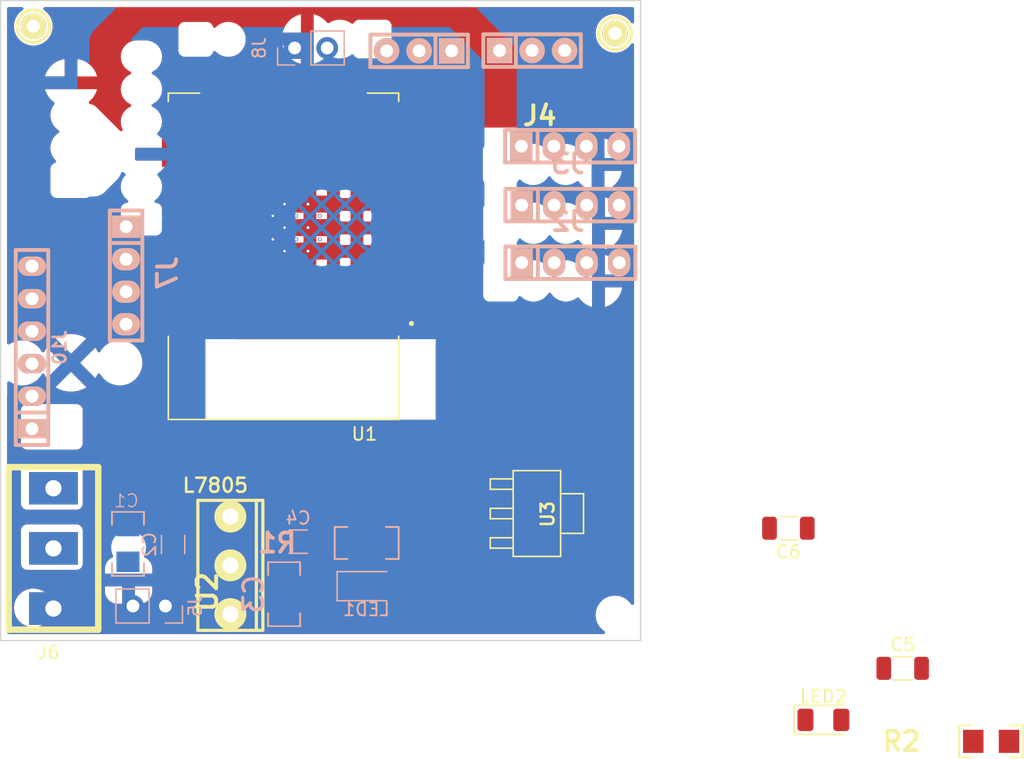
<source format=kicad_pcb>
(kicad_pcb (version 20211014) (generator pcbnew)
  (layers (0 "F.Cu" signal) (31 "B.Cu" signal) (34 "B.Paste" user) (35 "F.Paste" user) (36 "B.SilkS" user "B.Silkscreen") (37 "F.SilkS" user "F.Silkscreen") (38 "B.Mask" user) (39 "F.Mask" user) (44 "Edge.Cuts" user))
  (net 0 "")
  (net 1 "GND")
  (net 2 "+7.5V")
  (net 3 "+5V")
  (net 4 "+3V3")
  (net 5 "/OUT_IR1")
  (net 6 "/Echo")
  (net 7 "/Trig1")
  (net 8 "/Echo2")
  (net 9 "/Trig2")
  (net 10 "/Echo3")
  (net 11 "/Trig3")
  (net 12 "/VBAT")
  (net 13 "/TX")
  (net 14 "/RX")
  (net 15 "/BOTON")
  (net 16 "/D0")
  (net 17 "/D0B")
  (net 18 "/IN4")
  (net 19 "/IN3")
  (net 20 "/IN2")
  (net 21 "/IN1")
  (net 22 "Net-(LED1-Pad1)")
  (net 23 "Net-(LED2-Pad1)")
  (net 41 "Net-(C6-Pad1)")
  (footprint "Capacitor_SMD:C_1206_3216Metric" (layer "F.Cu") (at 185.48 127.17)
    (fp_text reference "C5" (at 0 -1.85) (layer "F.SilkS"))
    (fp_text value "100nF")
    (fp_line (start -0.711252 0.91) (end 0.711252 0.91) (layer "F.SilkS") (width 0.12))
    (fp_line (start -0.711252 -0.91) (end 0.711252 -0.91) (layer "F.SilkS") (width 0.12))
    (pad "1" smd roundrect (at -1.475 0) (size 1.15 1.8) (layers "F.Cu" "F.Paste" "F.Mask") (roundrect_rratio 0.217391) (net 1 "GND"))
    (pad "2" smd roundrect (at 1.475 0) (size 1.15 1.8) (layers "F.Cu" "F.Paste" "F.Mask") (roundrect_rratio 0.217391) (net 4 "+3V3"))
  )
  (footprint "Capacitor_SMD:C_1206_3216Metric" (layer "F.Cu") (at 176.55 116.225 180)
    (fp_text reference "C6" (at 0 -1.85 180) (layer "F.SilkS"))
    (fp_text value "1uF")
    (fp_line (start -0.711252 0.91) (end 0.711252 0.91) (layer "F.SilkS") (width 0.12))
    (fp_line (start -0.711252 -0.91) (end 0.711252 -0.91) (layer "F.SilkS") (width 0.12))
    (pad "1" smd roundrect (at -1.475 0 180) (size 1.15 1.8) (layers "F.Cu" "F.Paste" "F.Mask") (roundrect_rratio 0.217391) (net 41 "Net-(C6-Pad1)"))
    (pad "2" smd roundrect (at 1.475 0 180) (size 1.15 1.8) (layers "F.Cu" "F.Paste" "F.Mask") (roundrect_rratio 0.217391) (net 1 "GND"))
  )
  (footprint "EESTN5:pad_2mm" (layer "F.Cu") (at 117.552668 77)
    (fp_text reference "H2" hide)
    (fp_text value "Mounting_Hole" hide)
    (fp_circle (center 0 0) (end 1.27 -0.127) (layer "F.SilkS") (width 0.254) (fill none))
    (pad "1" thru_hole circle locked (at 0 0) (size 1.99898 1.99898) (drill 1.00076) (layers *.Cu *.Mask "F.SilkS"))
  )
  (footprint "EESTN5:SOT223" (layer "F.Cu") (at 156.9 115.075 -90)
    (fp_text reference "U3" (at 0.0508 -0.8382 90) (layer "F.SilkS") (effects (font (size 1.00076 1.00076) (thickness 0.20066))))
    (fp_text value "LM1117-SOT" hide)
    (fp_line (start -1.8923 3.6449) (end -1.8923 1.8542) (layer "F.SilkS") (width 0.127))
    (fp_line (start -0.4064 3.6449) (end -0.4064 1.8542) (layer "F.SilkS") (width 0.127))
    (fp_line (start 2.7051 3.6449) (end 2.7051 1.8542) (layer "F.SilkS") (width 0.127))
    (fp_line (start 3.3528 -1.8542) (end 3.3528 1.8542) (layer "F.SilkS") (width 0.127))
    (fp_line (start -3.3528 1.8542) (end -3.3528 -1.8542) (layer "F.SilkS") (width 0.127))
    (fp_line (start 0.4064 3.6449) (end 0.4064 1.8542) (layer "F.SilkS") (width 0.127))
    (fp_line (start -3.3528 -1.8542) (end 3.3528 -1.8542) (layer "F.SilkS") (width 0.127))
    (fp_line (start 1.8923 3.6449) (end 2.7051 3.6449) (layer "F.SilkS") (width 0.127))
    (fp_line (start 3.3528 1.8542) (end -3.3528 1.8542) (layer "F.SilkS") (width 0.127))
    (fp_line (start -2.7051 3.6449) (end -1.8923 3.6449) (layer "F.SilkS") (width 0.127))
    (fp_line (start -0.4064 3.6449) (end 0.4064 3.6449) (layer "F.SilkS") (width 0.127))
    (fp_line (start -1.5494 -3.6449) (end 1.5494 -3.6449) (layer "F.SilkS") (width 0.127))
    (fp_line (start -2.7051 3.6449) (end -2.7051 1.8542) (layer "F.SilkS") (width 0.127))
    (fp_line (start 1.5494 -3.6449) (end 1.5494 -1.8542) (layer "F.SilkS") (width 0.127))
    (fp_line (start 1.8923 3.6449) (end 1.8923 1.8542) (layer "F.SilkS") (width 0.127))
    (fp_line (start -1.5494 -3.6449) (end -1.5494 -1.8542) (layer "F.SilkS") (width 0.127))
    (pad "1" smd rect locked (at -2.3 3.3 270) (size 1 2.4) (layers "F.Cu" "F.Paste" "F.Mask") (net 1 "GND"))
    (pad "2" smd rect locked (at 0 3.3 270) (size 1 2.4) (layers "F.Cu" "F.Paste" "F.Mask") (net 4 "+3V3"))
    (pad "3" smd rect locked (at 2.3 3.3 270) (size 1 2.4) (layers "F.Cu" "F.Paste" "F.Mask") (net 3 "+5V"))
    (pad "4" smd rect locked (at 0 -3.15 270) (size 3.8 2.4) (layers "F.Cu" "F.Paste" "F.Mask") (net 4 "+3V3"))
  )
  (footprint "EESTN5:SW_SPDT_TH_Vertical" (layer "F.Cu") (at 119.125 117.8 180)
    (fp_text reference "J6" (at 0.381 -8.128) (layer "F.SilkS"))
    (fp_text value "SWITCH" hide)
    (fp_line (start -3.5 -6.35) (end -3.5 6.35) (layer "F.SilkS") (width 0.5))
    (fp_line (start 3.5 -6.35) (end 3.5 6.35) (layer "F.SilkS") (width 0.508))
    (fp_line (start -3.5 6.35) (end 3.5 6.35) (layer "F.SilkS") (width 0.508))
    (fp_line (start 3.5 -6.35) (end -3.5 -6.35) (layer "F.SilkS") (width 0.5))
    (pad "1" thru_hole rect locked (at 0 -4.7 180) (size 3.81 2.54) (drill 1.27) (layers *.Cu *.Mask) (net 12 "/VBAT"))
    (pad "2" thru_hole rect locked (at 0 0 180) (size 3.81 2.54) (drill 1.27) (layers *.Cu *.Mask) (net 2 "+7.5V"))
    (pad "3" thru_hole rect locked (at 0 4.7 180) (size 3.81 2.54) (drill 1.27) (layers *.Cu *.Mask) (net 2 "+7.5V"))
  )
  (footprint "chip2:Chipesp32" (layer "F.Cu") (at 137.1 94.975 180)
    (fp_text reference "U1" (at -6.325 -13.885) (layer "F.SilkS"))
    (fp_text value "ESP32-WROOM-32")
    (fp_line (start -9 12.1) (end -9 12.75) (layer "F.SilkS") (width 0.127))
    (fp_line (start 9 12.75) (end 9 12.1) (layer "F.SilkS") (width 0.127))
    (fp_line (start -9 12.75) (end -6.55 12.75) (layer "F.SilkS") (width 0.127))
    (fp_line (start -9 -12.75) (end 9 -12.75) (layer "F.SilkS") (width 0.127))
    (fp_line (start 9 -12.75) (end 9 -6.25) (layer "F.SilkS") (width 0.127))
    (fp_line (start -9 -6.25) (end -9 -12.75) (layer "F.SilkS") (width 0.127))
    (fp_line (start 6.55 12.75) (end 9 12.75) (layer "F.SilkS") (width 0.127))
    (fp_circle (center -10 -5.25) (end -9.9 -5.25) (layer "F.SilkS") (width 0.2) (fill none))
    (pad "1" smd rect locked (at -8.5 -5.26 180) (size 2 0.9) (layers "F.Cu" "F.Paste" "F.Mask") (net 1 "GND"))
    (pad "2" smd rect locked (at -8.5 -3.99 180) (size 2 0.9) (layers "F.Cu" "F.Paste" "F.Mask") (net 4 "+3V3"))
    (pad "3" smd rect locked (at -8.5 -2.72 180) (size 2 0.9) (layers "F.Cu" "F.Paste" "F.Mask") (net 41 "Net-(C6-Pad1)"))
    (pad "4" smd rect locked (at -8.5 -1.45 180) (size 2 0.9) (layers "F.Cu" "F.Paste" "F.Mask"))
    (pad "5" smd rect locked (at -8.5 -0.18 180) (size 2 0.9) (layers "F.Cu" "F.Paste" "F.Mask"))
    (pad "6" smd rect locked (at -8.5 1.09 180) (size 2 0.9) (layers "F.Cu" "F.Paste" "F.Mask") (net 6 "/Echo"))
    (pad "7" smd rect locked (at -8.5 2.36 180) (size 2 0.9) (layers "F.Cu" "F.Paste" "F.Mask"))
    (pad "8" smd rect locked (at -8.5 3.63 180) (size 2 0.9) (layers "F.Cu" "F.Paste" "F.Mask") (net 7 "/Trig1"))
    (pad "9" smd rect locked (at -8.5 4.9 180) (size 2 0.9) (layers "F.Cu" "F.Paste" "F.Mask") (net 9 "/Trig2"))
    (pad "10" smd rect locked (at -8.5 6.17 180) (size 2 0.9) (layers "F.Cu" "F.Paste" "F.Mask") (net 8 "/Echo2"))
    (pad "11" smd rect locked (at -8.5 7.44 180) (size 2 0.9) (layers "F.Cu" "F.Paste" "F.Mask") (net 11 "/Trig3"))
    (pad "12" smd rect locked (at -8.5 8.71 180) (size 2 0.9) (layers "F.Cu" "F.Paste" "F.Mask") (net 10 "/Echo3"))
    (pad "13" smd rect locked (at -8.5 9.98 180) (size 2 0.9) (layers "F.Cu" "F.Paste" "F.Mask") (net 16 "/D0"))
    (pad "14" smd rect locked (at -8.5 11.25 180) (size 2 0.9) (layers "F.Cu" "F.Paste" "F.Mask") (net 5 "/OUT_IR1"))
    (pad "15" smd rect locked (at -5.715 12.25 180) (size 0.9 2) (layers "F.Cu" "F.Paste" "F.Mask") (net 1 "GND"))
    (pad "16" smd rect locked (at -4.445 12.25 180) (size 0.9 2) (layers "F.Cu" "F.Paste" "F.Mask") (net 17 "/D0B"))
    (pad "17" smd rect locked (at -3.175 12.25 180) (size 0.9 2) (layers "F.Cu" "F.Paste" "F.Mask"))
    (pad "18" smd rect locked (at -1.905 12.25 180) (size 0.9 2) (layers "F.Cu" "F.Paste" "F.Mask"))
    (pad "19" smd rect locked (at -0.635 12.25 180) (size 0.9 2) (layers "F.Cu" "F.Paste" "F.Mask"))
    (pad "20" smd rect locked (at 0.635 12.25 180) (size 0.9 2) (layers "F.Cu" "F.Paste" "F.Mask"))
    (pad "21" smd rect locked (at 1.905 12.25 180) (size 0.9 2) (layers "F.Cu" "F.Paste" "F.Mask"))
    (pad "22" smd rect locked (at 3.175 12.25 180) (size 0.9 2) (layers "F.Cu" "F.Paste" "F.Mask"))
    (pad "23" smd rect locked (at 4.445 12.25 180) (size 0.9 2) (layers "F.Cu" "F.Paste" "F.Mask") (net 15 "/BOTON"))
    (pad "24" smd rect locked (at 5.715 12.25 180) (size 0.9 2) (layers "F.Cu" "F.Paste" "F.Mask") (net 21 "/IN1"))
    (pad "25" smd rect locked (at 8.5 11.25 180) (size 2 0.9) (layers "F.Cu" "F.Paste" "F.Mask"))
    (pad "26" smd rect locked (at 8.5 9.98 180) (size 2 0.9) (layers "F.Cu" "F.Paste" "F.Mask") (net 20 "/IN2"))
    (pad "27" smd rect locked (at 8.5 8.71 180) (size 2 0.9) (layers "F.Cu" "F.Paste" "F.Mask"))
    (pad "28" smd rect locked (at 8.5 7.44 180) (size 2 0.9) (layers "F.Cu" "F.Paste" "F.Mask"))
    (pad "29" smd rect locked (at 8.5 6.17 180) (size 2 0.9) (layers "F.Cu" "F.Paste" "F.Mask") (net 19 "/IN3"))
    (pad "30" smd rect locked (at 8.5 4.9 180) (size 2 0.9) (layers "F.Cu" "F.Paste" "F.Mask") (net 18 "/IN4"))
    (pad "31" smd rect locked (at 8.5 3.63 180) (size 2 0.9) (layers "F.Cu" "F.Paste" "F.Mask"))
    (pad "32" smd rect locked (at 8.5 2.36 180) (size 2 0.9) (layers "F.Cu" "F.Paste" "F.Mask"))
    (pad "33" smd rect locked (at 8.5 1.09 180) (size 2 0.9) (layers "F.Cu" "F.Paste" "F.Mask"))
    (pad "34" smd rect locked (at 8.5 -0.18 180) (size 2 0.9) (layers "F.Cu" "F.Paste" "F.Mask") (net 14 "/RX"))
    (pad "35" smd rect locked (at 8.5 -1.45 180) (size 2 0.9) (layers "F.Cu" "F.Paste" "F.Mask") (net 13 "/TX"))
    (pad "36" smd rect locked (at 8.5 -2.72 180) (size 2 0.9) (layers "F.Cu" "F.Paste" "F.Mask"))
    (pad "37" smd rect locked (at 8.5 -3.99 180) (size 2 0.9) (layers "F.Cu" "F.Paste" "F.Mask"))
    (pad "38" smd rect locked (at 8.5 -5.26 180) (size 2 0.9) (layers "F.Cu" "F.Paste" "F.Mask") (net 1 "GND"))
    (pad "39_1" smd rect locked (at -2.835 0.405 180) (size 1.33 1.33) (layers "F.Cu" "F.Paste" "F.Mask") (net 1 "GND"))
    (pad "39_2" smd rect locked (at -1 0.405 180) (size 1.33 1.33) (layers "F.Cu" "F.Paste" "F.Mask") (net 1 "GND"))
    (pad "39_3" smd rect locked (at 0.835 0.405 180) (size 1.33 1.33) (layers "F.Cu" "F.Paste" "F.Mask") (net 1 "GND"))
    (pad "39_4" smd rect locked (at -2.835 2.24 180) (size 1.33 1.33) (layers "F.Cu" "F.Paste" "F.Mask") (net 1 "GND"))
    (pad "39_5" smd rect locked (at -1 2.24 180) (size 1.33 1.33) (layers "F.Cu" "F.Paste" "F.Mask") (net 1 "GND"))
    (pad "39_6" smd rect locked (at 0.835 2.24 180) (size 1.33 1.33) (layers "F.Cu" "F.Paste" "F.Mask") (net 1 "GND"))
    (pad "39_7" smd rect locked (at -2.835 4.075 180) (size 1.33 1.33) (layers "F.Cu" "F.Paste" "F.Mask") (net 1 "GND"))
    (pad "39_8" smd rect locked (at -1 4.075 180) (size 1.33 1.33) (layers "F.Cu" "F.Paste" "F.Mask") (net 1 "GND"))
    (pad "39_9" smd rect locked (at 0.835 4.075 180) (size 1.33 1.33) (layers "F.Cu" "F.Paste" "F.Mask") (net 1 "GND"))
    (pad "39_10" thru_hole circle locked (at -1.9175 0.405 180) (size 0.3 0.3) (drill 0.2) (layers *.Cu *.Mask) (net 1 "GND"))
    (pad "39_11" thru_hole circle locked (at -0.0825 0.405 180) (size 0.3 0.3) (drill 0.2) (layers *.Cu *.Mask) (net 1 "GND"))
    (pad "39_12" thru_hole circle locked (at -2.835 1.3225 180) (size 0.3 0.3) (drill 0.2) (layers *.Cu *.Mask) (net 1 "GND"))
    (pad "39_13" thru_hole circle locked (at -1 1.3225 180) (size 0.3 0.3) (drill 0.2) (layers *.Cu *.Mask) (net 1 "GND"))
    (pad "39_14" thru_hole circle locked (at 0.835 1.3225 180) (size 0.3 0.3) (drill 0.2) (layers *.Cu *.Mask) (net 1 "GND"))
    (pad "39_15" thru_hole circle locked (at -1.9175 2.24 180) (size 0.3 0.3) (drill 0.2) (layers *.Cu *.Mask) (net 1 "GND"))
    (pad "39_16" thru_hole circle locked (at -0.0825 2.24 180) (size 0.3 0.3) (drill 0.2) (layers *.Cu *.Mask) (net 1 "GND"))
    (pad "39_17" thru_hole circle locked (at -2.835 3.1575 180) (size 0.3 0.3) (drill 0.2) (layers *.Cu *.Mask) (net 1 "GND"))
    (pad "39_18" thru_hole circle locked (at -1 3.1575 180) (size 0.3 0.3) (drill 0.2) (layers *.Cu *.Mask) (net 1 "GND"))
    (pad "39_19" thru_hole circle locked (at 0.835 3.1575 180) (size 0.3 0.3) (drill 0.2) (layers *.Cu *.Mask) (net 1 "GND"))
    (pad "39_20" thru_hole circle locked (at -1.9175 4.075 180) (size 0.3 0.3) (drill 0.2) (layers *.Cu *.Mask) (net 1 "GND"))
    (pad "39_21" thru_hole circle locked (at -0.0825 4.075 180) (size 0.3 0.3) (drill 0.2) (layers *.Cu *.Mask) (net 1 "GND"))
    (zone (net 0) (net_name "") (layer "F.Cu") (connect_pads (clearance 0)) (min_thickness 0.01)
      (keepout (tracks not_allowed) (vias not_allowed) (pads not_allowed) (copperpour not_allowed) (footprints allowed))
      (fill (thermal_gap 0.508) (thermal_bridge_width 0.508))
      (polygon (pts (xy 146.1 107.725) (xy 128.1 107.725) (xy 128.1 101.425) (xy 146.1 101.425)))
    )
    (zone (net 0) (net_name "") (layer "B.Cu") (connect_pads (clearance 0)) (min_thickness 0.01)
      (keepout (tracks not_allowed) (vias not_allowed) (pads not_allowed) (copperpour not_allowed) (footprints allowed))
      (fill (thermal_gap 0.508) (thermal_bridge_width 0.508))
      (polygon (pts (xy 146.1 107.725) (xy 128.1 107.725) (xy 128.1 101.425) (xy 146.1 101.425)))
    )
  )
  (footprint "LED_SMD:LED_1206_3216Metric" (layer "F.Cu") (at 179.28346 131.1986)
    (fp_text reference "LED2" (at 0 -1.82) (layer "F.SilkS"))
    (fp_text value "2V")
    (fp_line (start -2.285 1.135) (end 1.6 1.135) (layer "F.SilkS") (width 0.12))
    (fp_line (start 1.6 -1.135) (end -2.285 -1.135) (layer "F.SilkS") (width 0.12))
    (fp_line (start -2.285 -1.135) (end -2.285 1.135) (layer "F.SilkS") (width 0.12))
    (pad "1" smd roundrect (at -1.4 0) (size 1.25 1.75) (layers "F.Cu" "F.Paste" "F.Mask") (roundrect_rratio 0.2) (net 23 "Net-(LED2-Pad1)"))
    (pad "2" smd roundrect (at 1.4 0) (size 1.25 1.75) (layers "F.Cu" "F.Paste" "F.Mask") (roundrect_rratio 0.2) (net 1 "GND"))
  )
  (footprint "EESTN5:to220" (layer "F.Cu") (at 132.95 119.125 -90)
    (fp_text reference "U2" (at 2.075 1.8 90) (layer "F.SilkS") (effects (font (size 1.524 1.524) (thickness 0.3048))))
    (fp_text value "L7805" (at -6.25 1.175) (layer "F.SilkS") (effects (font (size 1.1 1.1) (thickness 0.2))))
    (fp_line (start -5.08 -1.27) (end -5.08 2.54) (layer "F.SilkS") (width 0.254))
    (fp_line (start -5.08 -2.032) (end 5.08 -2.032) (layer "F.SilkS") (width 0.254))
    (fp_line (start -5.08 -2.54) (end -5.08 -1.27) (layer "F.SilkS") (width 0.254))
    (fp_line (start 5.08 -2.54) (end -5.08 -2.54) (layer "F.SilkS") (width 0.254))
    (fp_line (start -5.08 2.54) (end 5.08 2.54) (layer "F.SilkS") (width 0.254))
    (fp_line (start 5.08 2.54) (end 5.08 -2.54) (layer "F.SilkS") (width 0.254))
    (pad "1" thru_hole circle locked (at -3.81 0 270) (size 2.49936 2.49936) (drill 1.24968) (layers *.Cu *.Mask "F.SilkS") (net 2 "+7.5V"))
    (pad "2" thru_hole circle locked (at 0 0 270) (size 2.49936 2.49936) (drill 1.24968) (layers *.Cu *.Mask "F.SilkS") (net 1 "GND"))
    (pad "3" thru_hole circle locked (at 3.81 0 270) (size 2.49936 2.49936) (drill 1.24968) (layers *.Cu *.Mask "F.SilkS") (net 3 "+5V"))
  )
  (footprint "EESTN5:pad_2mm" (layer "F.Cu") (at 163 77.552668)
    (fp_text reference "H1" hide)
    (fp_text value "Mounting_Hole" hide)
    (fp_circle (center 0 0) (end 1.27 -0.127) (layer "F.SilkS") (width 0.254) (fill none))
    (pad "1" thru_hole circle locked (at 0 0) (size 1.99898 1.99898) (drill 1.00076) (layers *.Cu *.Mask "F.SilkS"))
  )
  (footprint "EESTN5:R_1206" (layer "F.Cu") (at 192.39283 132.87503)
    (fp_text reference "R2" (at -7 0) (layer "F.SilkS") (effects (font (size 1.5 1.5) (thickness 0.3))))
    (fp_text value "330" hide)
    (fp_line (start -1.5 -1.25) (end -2.5 -1.25) (layer "F.SilkS") (width 0.15))
    (fp_line (start 2.5 1.25) (end 2.5 -1.25) (layer "F.SilkS") (width 0.15))
    (fp_line (start 1.5 1.25) (end 2.5 1.25) (layer "F.SilkS") (width 0.15))
    (fp_line (start 1.5 -1.25) (end 2.5 -1.25) (layer "F.SilkS") (width 0.15))
    (fp_line (start -2.5 1.25) (end -1.5 1.25) (layer "F.SilkS") (width 0.15))
    (fp_line (start -2.5 -1.25) (end -2.5 1.25) (layer "F.SilkS") (width 0.15))
    (pad "1" smd rect locked (at 1.397 0) (size 1.6002 1.8034) (layers "F.Cu" "F.Paste" "F.Mask") (net 23 "Net-(LED2-Pad1)"))
    (pad "2" smd rect locked (at -1.397 0) (size 1.6002 1.8034) (layers "F.Cu" "F.Paste" "F.Mask") (net 4 "+3V3"))
  )
  (footprint "EESTN5:Pin_Header_6" (layer "B.Cu") (at 117.45 102.1 90)
    (fp_text reference "J10" (at 0 2.159 90) (layer "B.SilkS") (effects (font (size 1.016 1.016) (thickness 0.2032)) (justify mirror)))
    (fp_text value "Input of Driver L9110" hide)
    (fp_line (start -7.62 -1.27) (end -7.62 1.27) (layer "B.SilkS") (width 0.3048))
    (fp_line (start 7.62 1.27) (end 7.62 -1.27) (layer "B.SilkS") (width 0.3048))
    (fp_line (start 7.62 -1.27) (end -7.62 -1.27) (layer "B.SilkS") (width 0.3048))
    (fp_line (start -5.08 1.27) (end -5.08 -1.27) (layer "B.SilkS") (width 0.3048))
    (fp_line (start -7.62 1.27) (end 7.62 1.27) (layer "B.SilkS") (width 0.3048))
    (pad "1" thru_hole rect locked (at -6.35 0 90) (size 1.524 2.19964) (drill 1.00076) (layers *.Cu *.Mask "B.SilkS") (net 18 "/IN4"))
    (pad "2" thru_hole oval locked (at -3.81 0 90) (size 1.524 2.19964) (drill 1.00076) (layers *.Cu *.Mask "B.SilkS") (net 19 "/IN3"))
    (pad "3" thru_hole oval locked (at -1.27 0 90) (size 1.524 2.19964) (drill 1.00076) (layers *.Cu *.Mask "B.SilkS") (net 1 "GND"))
    (pad "4" thru_hole oval locked (at 1.27 0 90) (size 1.524 2.19964) (drill 1.00076) (layers *.Cu *.Mask "B.SilkS") (net 3 "+5V"))
    (pad "5" thru_hole oval locked (at 3.81 0 90) (size 1.524 2.19964) (drill 1.00076) (layers *.Cu *.Mask "B.SilkS") (net 20 "/IN2"))
    (pad "6" thru_hole oval locked (at 6.35 0 90) (size 1.524 2.19964) (drill 1.00076) (layers *.Cu *.Mask "B.SilkS") (net 21 "/IN1"))
  )
  (footprint "EESTN5:R_1206" (layer "B.Cu") (at 143.6 117.375)
    (fp_text reference "R1" (at -7 0) (layer "B.SilkS") (effects (font (size 1.5 1.5) (thickness 0.3)) (justify mirror)))
    (fp_text value "470" hide)
    (fp_line (start -2.5 -1.25) (end -1.5 -1.25) (layer "B.SilkS") (width 0.15))
    (fp_line (start 2.5 -1.25) (end 2.5 1.25) (layer "B.SilkS") (width 0.15))
    (fp_line (start 1.5 -1.25) (end 2.5 -1.25) (layer "B.SilkS") (width 0.15))
    (fp_line (start -1.5 1.25) (end -2.5 1.25) (layer "B.SilkS") (width 0.15))
    (fp_line (start 1.5 1.25) (end 2.5 1.25) (layer "B.SilkS") (width 0.15))
    (fp_line (start -2.5 1.25) (end -2.5 -1.25) (layer "B.SilkS") (width 0.15))
    (pad "1" smd rect locked (at 1.397 0) (size 1.6002 1.8034) (layers "B.Cu" "B.Paste" "B.Mask") (net 22 "Net-(LED1-Pad1)"))
    (pad "2" smd rect locked (at -1.397 0) (size 1.6002 1.8034) (layers "B.Cu" "B.Paste" "B.Mask") (net 3 "+5V"))
  )
  (footprint "EESTN5:C_1206" (layer "B.Cu") (at 137.15 121.375 -90)
    (fp_text reference "C3" (at 0 2.4 90) (layer "B.SilkS") (effects (font (size 1.524 1.524) (thickness 0.254)) (justify mirror)))
    (fp_text value "10uF" hide)
    (fp_line (start 2.5 -1.25) (end 2.5 1.25) (layer "B.SilkS") (width 0.127))
    (fp_line (start 1.5 1.25) (end 2.5 1.25) (layer "B.SilkS") (width 0.15))
    (fp_line (start 1.5 -1.25) (end 2.5 -1.25) (layer "B.SilkS") (width 0.15))
    (fp_line (start -1.5 1.25) (end -2.5 1.25) (layer "B.SilkS") (width 0.15))
    (fp_line (start -1.5 -1.25) (end -2.5 -1.25) (layer "B.SilkS") (width 0.15))
    (fp_line (start -2.5 1.25) (end -2.5 -1.25) (layer "B.SilkS") (width 0.127))
    (pad "1" smd rect locked (at 1.397 0 270) (size 1.6002 1.8034) (layers "B.Cu" "B.Paste" "B.Mask") (net 3 "+5V"))
    (pad "2" smd rect locked (at -1.397 0 270) (size 1.6002 1.8034) (layers "B.Cu" "B.Paste" "B.Mask") (net 1 "GND"))
  )
  (footprint "EESTN5:pin_strip_4" (layer "B.Cu") (at 124.8 96.475 -90)
    (fp_text reference "J7" (at -0.2032 -3.2258 90) (layer "B.SilkS") (effects (font (size 1.5 1.5) (thickness 0.3)) (justify mirror)))
    (fp_text value "Programador" hide)
    (fp_line (start 5.08 1.27) (end 5.08 -1.27) (layer "B.SilkS") (width 0.3048))
    (fp_line (start -5.08 -1.27) (end -5.08 1.27) (layer "B.SilkS") (width 0.3048))
    (fp_line (start -2.54 1.27) (end -2.54 -1.27) (layer "B.SilkS") (width 0.3048))
    (fp_line (start -5.08 1.27) (end 5.08 1.27) (layer "B.SilkS") (width 0.3048))
    (fp_line (start 5.08 -1.27) (end -5.08 -1.27) (layer "B.SilkS") (width 0.3048))
    (pad "1" thru_hole rect locked (at -3.81 0 270) (size 1.75 2.2) (drill 1.00076) (layers *.Cu *.Mask "B.SilkS") (net 3 "+5V"))
    (pad "2" thru_hole oval locked (at -1.27 0 270) (size 1.75 2.2) (drill 1.00076) (layers *.Cu *.Mask "B.SilkS") (net 14 "/RX"))
    (pad "3" thru_hole oval locked (at 1.27 0 270) (size 1.75 2.2) (drill 1.00076) (layers *.Cu *.Mask "B.SilkS") (net 13 "/TX"))
    (pad "4" thru_hole oval locked (at 3.81 0 270) (size 1.75 2.2) (drill 1.00076) (layers *.Cu *.Mask "B.SilkS") (net 1 "GND"))
  )
  (footprint "EESTN5:C_1206" (layer "B.Cu") (at 124.95 117.45 90)
    (fp_text reference "C1" (at 3.375 -0.125) (layer "B.SilkS") (effects (font (thickness 0.1)) (justify mirror)))
    (fp_text value "220uF" hide)
    (fp_line (start 1.5 1.25) (end 2.5 1.25) (layer "B.SilkS") (width 0.15))
    (fp_line (start -2.5 1.25) (end -2.5 -1.25) (layer "B.SilkS") (width 0.127))
    (fp_line (start 2.5 -1.25) (end 2.5 1.25) (layer "B.SilkS") (width 0.127))
    (fp_line (start 1.5 -1.25) (end 2.5 -1.25) (layer "B.SilkS") (width 0.15))
    (fp_line (start -1.5 1.25) (end -2.5 1.25) (layer "B.SilkS") (width 0.15))
    (fp_line (start -1.5 -1.25) (end -2.5 -1.25) (layer "B.SilkS") (width 0.15))
    (pad "1" smd rect locked (at 1.397 0 90) (size 1.6002 1.8034) (layers "B.Cu" "B.Paste" "B.Mask") (net 2 "+7.5V"))
    (pad "2" smd rect locked (at -1.397 0 90) (size 1.6002 1.8034) (layers "B.Cu" "B.Paste" "B.Mask") (net 1 "GND"))
  )
  (footprint "Connector_PinSocket_2.54mm:PinSocket_1x02_P2.54mm_Vertical" (layer "B.Cu") (at 137.975 78.7 -90)
    (fp_text reference "J8" (at 0 2.77 90) (layer "B.SilkS") (effects (justify mirror)))
    (fp_text value "BOTON")
    (fp_line (start -1.33 -1.27) (end -1.33 -3.87) (layer "B.SilkS") (width 0.12))
    (fp_line (start 0 1.33) (end 1.33 1.33) (layer "B.SilkS") (width 0.12))
    (fp_line (start 1.33 -1.27) (end 1.33 -3.87) (layer "B.SilkS") (width 0.12))
    (fp_line (start 1.33 1.33) (end 1.33 0) (layer "B.SilkS") (width 0.12))
    (fp_line (start -1.33 -1.27) (end 1.33 -1.27) (layer "B.SilkS") (width 0.12))
    (fp_line (start -1.33 -3.87) (end 1.33 -3.87) (layer "B.SilkS") (width 0.12))
    (pad "1" thru_hole rect (at 0 0 270) (size 1.7 1.7) (drill 1) (layers *.Cu *.Mask) (net 3 "+5V"))
    (pad "2" thru_hole oval (at 0 -2.54 270) (size 1.7 1.7) (drill 1) (layers *.Cu *.Mask) (net 15 "/BOTON"))
  )
  (footprint "EESTN5:pin_strip_4" (layer "B.Cu") (at 159.52 90.975)
    (fp_text reference "J3" (at -0.2032 -3.2258) (layer "B.SilkS") (effects (font (size 1.5 1.5) (thickness 0.3)) (justify mirror)))
    (fp_text value "HC_SRO4" hide)
    (fp_line (start -5.08 -1.27) (end -5.08 1.27) (layer "B.SilkS") (width 0.3048))
    (fp_line (start -2.54 1.27) (end -2.54 -1.27) (layer "B.SilkS") (width 0.3048))
    (fp_line (start -5.08 1.27) (end 5.08 1.27) (layer "B.SilkS") (width 0.3048))
    (fp_line (start 5.08 1.27) (end 5.08 -1.27) (layer "B.SilkS") (width 0.3048))
    (fp_line (start 5.08 -1.27) (end -5.08 -1.27) (layer "B.SilkS") (width 0.3048))
    (pad "1" thru_hole rect locked (at -3.81 0) (size 1.75 2.2) (drill 1.00076) (layers *.Cu *.Mask "B.SilkS") (net 3 "+5V"))
    (pad "2" thru_hole oval locked (at -1.27 0) (size 1.75 2.2) (drill 1.00076) (layers *.Cu *.Mask "B.SilkS") (net 8 "/Echo2"))
    (pad "3" thru_hole oval locked (at 1.27 0) (size 1.75 2.2) (drill 1.00076) (layers *.Cu *.Mask "B.SilkS") (net 9 "/Trig2"))
    (pad "4" thru_hole oval locked (at 3.81 0) (size 1.75 2.2) (drill 1.00076) (layers *.Cu *.Mask "B.SilkS") (net 1 "GND"))
  )
  (footprint "Connector_PinHeader_2.54mm:PinHeader_1x02_P2.54mm_Vertical" (layer "B.Cu") (at 127.875 122.3 90)
    (fp_text reference "J5" (at 0 2.33 90) (layer "B.SilkS") (effects (justify mirror)))
    (fp_text value "CableAlimentacion")
    (fp_line (start -1.33 -1.27) (end 1.33 -1.27) (layer "B.SilkS") (width 0.12))
    (fp_line (start -1.33 -1.27) (end -1.33 -3.87) (layer "B.SilkS") (width 0.12))
    (fp_line (start -1.33 1.33) (end 0 1.33) (layer "B.SilkS") (width 0.12))
    (fp_line (start -1.33 0) (end -1.33 1.33) (layer "B.SilkS") (width 0.12))
    (fp_line (start -1.33 -3.87) (end 1.33 -3.87) (layer "B.SilkS") (width 0.12))
    (fp_line (start 1.33 -1.27) (end 1.33 -3.87) (layer "B.SilkS") (width 0.12))
    (pad "1" thru_hole rect (at 0 0 90) (size 1.7 1.7) (drill 1) (layers *.Cu *.Mask) (net 1 "GND"))
    (pad "2" thru_hole oval (at 0 -2.54 90) (size 1.7 1.7) (drill 1) (layers *.Cu *.Mask) (net 12 "/VBAT"))
  )
  (footprint "Capacitor_SMD:C_1206_3216Metric" (layer "B.Cu") (at 128.475 117.5 -90)
    (fp_text reference "C2" (at 0 1.85 90) (layer "B.SilkS") (effects (justify mirror)))
    (fp_text value "100nF")
    (fp_line (start -0.711252 -0.91) (end 0.711252 -0.91) (layer "B.SilkS") (width 0.12))
    (fp_line (start -0.711252 0.91) (end 0.711252 0.91) (layer "B.SilkS") (width 0.12))
    (pad "1" smd roundrect (at -1.475 0 270) (size 1.15 1.8) (layers "B.Cu" "B.Paste" "B.Mask") (roundrect_rratio 0.217391) (net 2 "+7.5V"))
    (pad "2" smd roundrect (at 1.475 0 270) (size 1.15 1.8) (layers "B.Cu" "B.Paste" "B.Mask") (roundrect_rratio 0.217391) (net 1 "GND"))
  )
  (footprint "Capacitor_SMD:C_1206_3216Metric" (layer "B.Cu") (at 138.25 117.275 180)
    (fp_text reference "C4" (at 0 1.85) (layer "B.SilkS") (effects (justify mirror)))
    (fp_text value "100nF")
    (fp_line (start -0.711252 0.91) (end 0.711252 0.91) (layer "B.SilkS") (width 0.12))
    (fp_line (start -0.711252 -0.91) (end 0.711252 -0.91) (layer "B.SilkS") (width 0.12))
    (pad "1" smd roundrect (at -1.475 0 180) (size 1.15 1.8) (layers "B.Cu" "B.Paste" "B.Mask") (roundrect_rratio 0.217391) (net 1 "GND"))
    (pad "2" smd roundrect (at 1.475 0 180) (size 1.15 1.8) (layers "B.Cu" "B.Paste" "B.Mask") (roundrect_rratio 0.217391) (net 3 "+5V"))
  )
  (footprint "EESTN5:pin_strip_4" (layer "B.Cu") (at 159.52 95.475)
    (fp_text reference "J2" (at -0.2032 -3.2258) (layer "B.SilkS") (effects (font (size 1.5 1.5) (thickness 0.3)) (justify mirror)))
    (fp_text value "HC_SRO4" hide)
    (fp_line (start -2.54 1.27) (end -2.54 -1.27) (layer "B.SilkS") (width 0.3048))
    (fp_line (start 5.08 1.27) (end 5.08 -1.27) (layer "B.SilkS") (width 0.3048))
    (fp_line (start 5.08 -1.27) (end -5.08 -1.27) (layer "B.SilkS") (width 0.3048))
    (fp_line (start -5.08 1.27) (end 5.08 1.27) (layer "B.SilkS") (width 0.3048))
    (fp_line (start -5.08 -1.27) (end -5.08 1.27) (layer "B.SilkS") (width 0.3048))
    (pad "1" thru_hole rect locked (at -3.81 0) (size 1.75 2.2) (drill 1.00076) (layers *.Cu *.Mask "B.SilkS") (net 3 "+5V"))
    (pad "2" thru_hole oval locked (at -1.27 0) (size 1.75 2.2) (drill 1.00076) (layers *.Cu *.Mask "B.SilkS") (net 6 "/Echo"))
    (pad "3" thru_hole oval locked (at 1.27 0) (size 1.75 2.2) (drill 1.00076) (layers *.Cu *.Mask "B.SilkS") (net 7 "/Trig1"))
    (pad "4" thru_hole oval locked (at 3.81 0) (size 1.75 2.2) (drill 1.00076) (layers *.Cu *.Mask "B.SilkS") (net 1 "GND"))
  )
  (footprint "EESTN5:Pin_Strip_3" (layer "B.Cu") (at 147.7 78.925 180)
    (fp_text reference "J9" hide)
    (fp_text value "EncoderMotorIzquierda" hide)
    (fp_line (start 3.81 1.27) (end 3.81 -1.27) (layer "B.SilkS") (width 0.3048))
    (fp_line (start -3.81 1.27) (end -3.81 -1.27) (layer "B.SilkS") (width 0.3048))
    (fp_line (start 3.81 -1.27) (end -3.81 -1.27) (layer "B.SilkS") (width 0.3048))
    (fp_line (start -1.27 1.27) (end -1.27 -1.27) (layer "B.SilkS") (width 0.3048))
    (fp_line (start -3.81 1.27) (end 3.81 1.27) (layer "B.SilkS") (width 0.3048))
    (pad "1" thru_hole rect locked (at -2.54 0 180) (size 2 2) (drill 1) (layers *.Cu *.Mask "B.SilkS") (net 3 "+5V"))
    (pad "2" thru_hole oval locked (at 0 0 180) (size 2 2) (drill 1) (layers *.Cu *.Mask "B.SilkS") (net 1 "GND"))
    (pad "3" thru_hole oval locked (at 2.54 0 180) (size 2 2) (drill 1) (layers *.Cu *.Mask "B.SilkS") (net 17 "/D0B"))
  )
  (footprint "LED_SMD:LED_1206_3216Metric" (layer "B.Cu") (at 143.575 120.75)
    (fp_text reference "LED1" (at 0 1.82) (layer "B.SilkS") (effects (justify mirror)))
    (fp_text value "2V")
    (fp_line (start 1.6 1.135) (end -2.285 1.135) (layer "B.SilkS") (width 0.12))
    (fp_line (start -2.285 -1.135) (end 1.6 -1.135) (layer "B.SilkS") (width 0.12))
    (fp_line (start -2.285 1.135) (end -2.285 -1.135) (layer "B.SilkS") (width 0.12))
    (pad "1" smd roundrect (at -1.4 0) (size 1.25 1.75) (layers "B.Cu" "B.Paste" "B.Mask") (roundrect_rratio 0.2) (net 22 "Net-(LED1-Pad1)"))
    (pad "2" smd roundrect (at 1.4 0) (size 1.25 1.75) (layers "B.Cu" "B.Paste" "B.Mask") (roundrect_rratio 0.2) (net 1 "GND"))
  )
  (footprint "EESTN5:pin_strip_4" (layer "B.Cu") (at 159.495 86.375)
    (fp_text reference "J4" (at -2.3718 -2.3858) (layer "F.SilkS") (effects (font (size 1.5 1.5) (thickness 0.3))))
    (fp_text value "HC_SRO4" hide)
    (fp_line (start -5.08 -1.27) (end -5.08 1.27) (layer "B.SilkS") (width 0.3048))
    (fp_line (start -2.54 1.27) (end -2.54 -1.27) (layer "B.SilkS") (width 0.3048))
    (fp_line (start -5.08 1.27) (end 5.08 1.27) (layer "B.SilkS") (width 0.3048))
    (fp_line (start 5.08 1.27) (end 5.08 -1.27) (layer "B.SilkS") (width 0.3048))
    (fp_line (start 5.08 -1.27) (end -5.08 -1.27) (layer "B.SilkS") (width 0.3048))
    (pad "1" thru_hole rect locked (at -3.81 0) (size 1.75 2.2) (drill 1.00076) (layers *.Cu *.Mask "B.SilkS") (net 3 "+5V"))
    (pad "2" thru_hole oval locked (at -1.27 0) (size 1.75 2.2) (drill 1.00076) (layers *.Cu *.Mask "B.SilkS") (net 10 "/Echo3"))
    (pad "3" thru_hole oval locked (at 1.27 0) (size 1.75 2.2) (drill 1.00076) (layers *.Cu *.Mask "B.SilkS") (net 11 "/Trig3"))
    (pad "4" thru_hole oval locked (at 3.81 0) (size 1.75 2.2) (drill 1.00076) (layers *.Cu *.Mask "B.SilkS") (net 1 "GND"))
  )
  (footprint "EESTN5:Pin_Strip_3" (layer "B.Cu") (at 156.525 78.9)
    (fp_text reference "J1" hide)
    (fp_text value "EncoderMotorDerecha" hide)
    (fp_line (start -1.27 1.27) (end -1.27 -1.27) (layer "B.SilkS") (width 0.3048))
    (fp_line (start 3.81 -1.27) (end -3.81 -1.27) (layer "B.SilkS") (width 0.3048))
    (fp_line (start -3.81 1.27) (end -3.81 -1.27) (layer "B.SilkS") (width 0.3048))
    (fp_line (start 3.81 1.27) (end 3.81 -1.27) (layer "B.SilkS") (width 0.3048))
    (fp_line (start -3.81 1.27) (end 3.81 1.27) (layer "B.SilkS") (width 0.3048))
    (pad "1" thru_hole rect locked (at -2.54 0) (size 2 2) (drill 1) (layers *.Cu *.Mask "B.SilkS") (net 3 "+5V"))
    (pad "2" thru_hole oval locked (at 0 0) (size 2 2) (drill 1) (layers *.Cu *.Mask "B.SilkS") (net 1 "GND"))
    (pad "3" thru_hole oval locked (at 2.54 0) (size 2 2) (drill 1) (layers *.Cu *.Mask "B.SilkS") (net 16 "/D0"))
  )
  (gr_line (start 165 75) (end 165 125) (layer "Edge.Cuts") (width 0.1))
  (gr_line (start 115 75) (end 165 75) (layer "Edge.Cuts") (width 0.1))
  (gr_line (start 115 125) (end 115 75) (layer "Edge.Cuts") (width 0.1))
  (gr_line (start 165 125) (end 115 125) (layer "Edge.Cuts") (width 0.1))
  (zone (net 1) (net_name "GND") (layers F&B.Cu) (connect_pads (clearance 0.508)) (min_thickness 0.254) (fill yes (thermal_gap 1) (thermal_bridge_width 1))
    (polygon (pts (xy 165 125) (xy 115 125) (xy 115 75) (xy 165 75)))
  )
)
</source>
